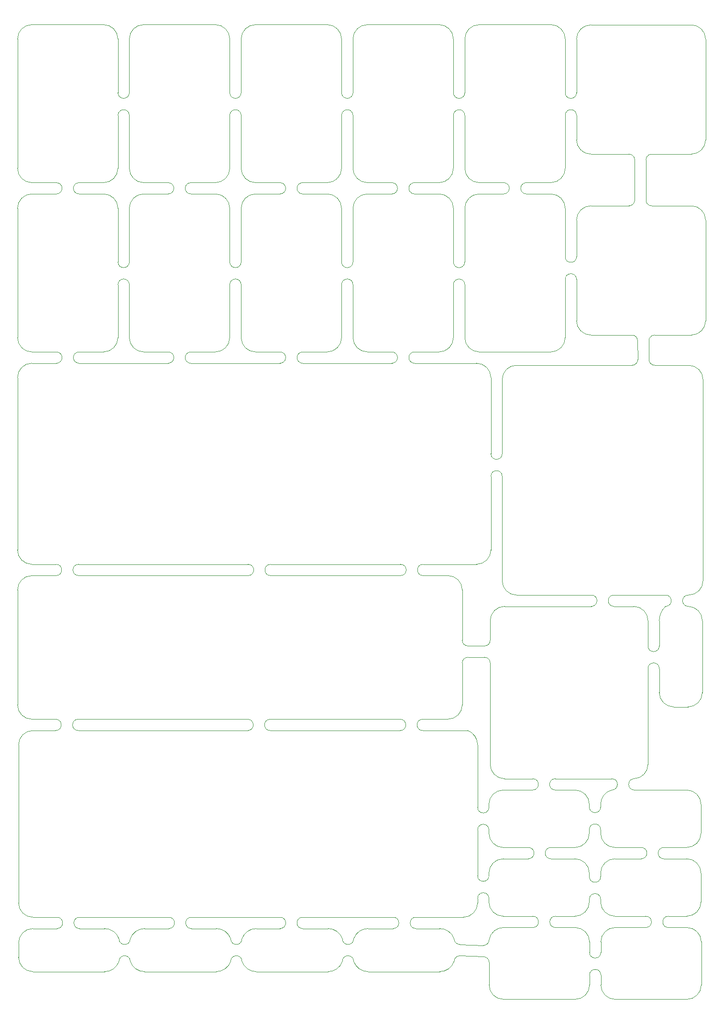
<source format=gbr>
%TF.GenerationSoftware,KiCad,Pcbnew,(6.0.2)*%
%TF.CreationDate,2022-03-20T20:43:40-04:00*%
%TF.ProjectId,Panel,50616e65-6c2e-46b6-9963-61645f706362,rev?*%
%TF.SameCoordinates,Original*%
%TF.FileFunction,Profile,NP*%
%FSLAX46Y46*%
G04 Gerber Fmt 4.6, Leading zero omitted, Abs format (unit mm)*
G04 Created by KiCad (PCBNEW (6.0.2)) date 2022-03-20 20:43:40*
%MOMM*%
%LPD*%
G01*
G04 APERTURE LIST*
%TA.AperFunction,Profile*%
%ADD10C,0.100000*%
%TD*%
G04 APERTURE END LIST*
D10*
X146089998Y-164000001D02*
G75*
G03*
X148629998Y-166540001I2540001J1D01*
G01*
X99972600Y-35719998D02*
G75*
G03*
X97432600Y-33179998I-2540001J-1D01*
G01*
X130139999Y-158020000D02*
G75*
G03*
X130139999Y-156020000I0J1000000D01*
G01*
X172833947Y-178700001D02*
X168179999Y-178700002D01*
X128682599Y-63119998D02*
X124332599Y-63119999D01*
X109882599Y-92060000D02*
G75*
G03*
X108882599Y-91060000I-999999J1D01*
G01*
X120772600Y-48219999D02*
G75*
G03*
X119772600Y-49219999I-1J-999999D01*
G01*
X108882599Y-93059998D02*
G75*
G03*
X109882599Y-92060000I1J999999D01*
G01*
X111882599Y-62119998D02*
G75*
G03*
X112882599Y-63119998I999999J-1D01*
G01*
X84732599Y-33179999D02*
G75*
G03*
X82192599Y-35719999I1J-2540001D01*
G01*
X93179999Y-193040000D02*
X97599999Y-193040000D01*
X161372600Y-74219999D02*
X161372600Y-67759999D01*
X62392598Y-88520000D02*
X62392599Y-65659999D01*
X139700000Y-194850000D02*
G75*
G03*
X140700000Y-195850000I999999J-1D01*
G01*
X153613947Y-168540001D02*
X148399999Y-168540001D01*
X84732599Y-63119999D02*
G75*
G03*
X82192599Y-65659999I1J-2540001D01*
G01*
X128919999Y-193040000D02*
X124460000Y-193040000D01*
X173639999Y-192860001D02*
G75*
G03*
X173639999Y-190860001I0J1000000D01*
G01*
X163639999Y-187860001D02*
X163639999Y-188320001D01*
X145089998Y-145060000D02*
X142139999Y-145060000D01*
X148439998Y-192860002D02*
G75*
G03*
X145899998Y-195020002I2J-2573428D01*
G01*
X148439998Y-205560002D02*
X161139999Y-205560003D01*
X80172600Y-65659998D02*
G75*
G03*
X77632600Y-63119998I-2540001J-1D01*
G01*
X65119999Y-193040000D02*
G75*
G03*
X62579999Y-195580000I1J-2540001D01*
G01*
X73282599Y-91060000D02*
X77632600Y-91060000D01*
X73282599Y-91060000D02*
G75*
G03*
X72282599Y-92060000I-1J-999999D01*
G01*
X89082599Y-63119998D02*
X84732599Y-63119999D01*
X100992599Y-76159999D02*
G75*
G03*
X101992599Y-75159999I1J999999D01*
G01*
X121792599Y-79159999D02*
G75*
G03*
X120792599Y-78159999I-999999J1D01*
G01*
X131682597Y-92060000D02*
G75*
G03*
X132682598Y-93060000I1000001J1D01*
G01*
X84899999Y-193039999D02*
G75*
G03*
X82359999Y-194850000I0J-2687210D01*
G01*
X167992599Y-136060000D02*
X171489998Y-136060000D01*
X132682599Y-91060000D02*
X137032600Y-91060000D01*
X157639999Y-190860001D02*
G75*
G03*
X157639999Y-192860001I0J-1000000D01*
G01*
X82360000Y-198850000D02*
G75*
G03*
X84899999Y-200660000I2539999J877209D01*
G01*
X80172600Y-35719998D02*
G75*
G03*
X77632600Y-33179998I-2540001J-1D01*
G01*
X64932598Y-61120000D02*
X69282599Y-61120000D01*
X134212599Y-130620000D02*
X138599999Y-130620000D01*
X80359999Y-194850000D02*
G75*
G03*
X77819999Y-193040000I-2540004J-877216D01*
G01*
X143859999Y-187700001D02*
X143859999Y-188500000D01*
X101992598Y-88520000D02*
G75*
G03*
X104532598Y-91060000I2540001J1D01*
G01*
X163639999Y-171540001D02*
G75*
G03*
X165639999Y-171540001I1000000J0D01*
G01*
X167992599Y-134060000D02*
G75*
G03*
X167992599Y-136060000I0J-1000000D01*
G01*
X81192599Y-76159999D02*
G75*
G03*
X82192599Y-75159999I1J999999D01*
G01*
X161372600Y-35760002D02*
X161372600Y-45219999D01*
X165679998Y-203020002D02*
G75*
G03*
X168219998Y-205560002I2540001J1D01*
G01*
X140572600Y-78159999D02*
G75*
G03*
X139572600Y-79159999I-1J-999999D01*
G01*
X93082599Y-61120000D02*
X97432600Y-61120000D01*
X104679999Y-193039999D02*
G75*
G03*
X102139999Y-194850000I0J-2687210D01*
G01*
X148482599Y-63119998D02*
X144132599Y-63119999D01*
X134212599Y-128620000D02*
G75*
G03*
X134212599Y-130620000I0J-1000000D01*
G01*
X82192599Y-49219999D02*
G75*
G03*
X81192599Y-48219999I-999999J1D01*
G01*
X99972600Y-58580000D02*
X99972600Y-49219999D01*
X174029998Y-138600000D02*
G75*
G03*
X171489998Y-136060000I-2540001J-1D01*
G01*
X146089998Y-138600001D02*
X146089998Y-142060000D01*
X145859999Y-187700001D02*
G75*
G03*
X143859999Y-187700001I-1000000J0D01*
G01*
X107212599Y-128620000D02*
X130212599Y-128620000D01*
X128919999Y-193040000D02*
G75*
G03*
X128919999Y-191040000I0J1000000D01*
G01*
X139572600Y-35719998D02*
G75*
G03*
X137032600Y-33179998I-2540001J-1D01*
G01*
X150752599Y-93420000D02*
G75*
G03*
X148212599Y-95960000I1J-2540001D01*
G01*
X137032600Y-63119998D02*
X132682599Y-63119998D01*
X119772600Y-58580000D02*
X119772600Y-49219999D01*
X172212599Y-92420000D02*
X172192600Y-89079999D01*
X64939999Y-156020000D02*
X69139999Y-156020000D01*
X176833947Y-178700001D02*
X180879999Y-178700002D01*
X82192599Y-45219999D02*
X82192599Y-35719999D01*
X82192599Y-75159999D02*
X82192599Y-65659999D01*
X165679999Y-201260001D02*
G75*
G03*
X163679999Y-201260001I-1000000J0D01*
G01*
X176029998Y-147060000D02*
G75*
G03*
X174029998Y-147060000I-1000000J0D01*
G01*
X119772600Y-45219999D02*
G75*
G03*
X120772600Y-46219999I999999J-1D01*
G01*
X152482599Y-61120000D02*
X156832600Y-61120000D01*
X163679999Y-197260001D02*
G75*
G03*
X165679999Y-197260001I1000000J0D01*
G01*
X102139999Y-198850000D02*
G75*
G03*
X100139999Y-198850000I-1000000J0D01*
G01*
X132682598Y-93060000D02*
X143672599Y-93060000D01*
X77632600Y-61120000D02*
G75*
G03*
X80172600Y-58580000I-1J2540001D01*
G01*
X161099999Y-178700001D02*
G75*
G03*
X163639999Y-176160001I-1J2540001D01*
G01*
X65119999Y-158020000D02*
G75*
G03*
X62579999Y-160560000I1J-2540001D01*
G01*
X183649997Y-138600001D02*
G75*
G03*
X181139999Y-136060000I-2540181J-1D01*
G01*
X168219998Y-205560002D02*
X180919999Y-205560003D01*
X148212599Y-113060000D02*
X148212599Y-131520000D01*
X175212599Y-93420000D02*
X181232599Y-93420000D01*
X112879999Y-191040000D02*
G75*
G03*
X112879999Y-193040000I0J-1000000D01*
G01*
X146212599Y-113060000D02*
X146212599Y-126080000D01*
X174212599Y-92420000D02*
X174192600Y-89079999D01*
X148629998Y-136060001D02*
G75*
G03*
X146089998Y-138600001I1J-2540001D01*
G01*
X117232600Y-33179998D02*
X104532599Y-33179999D01*
X161099999Y-190860001D02*
G75*
G03*
X163639999Y-188320001I-1J2540001D01*
G01*
X73282599Y-61120000D02*
X77632600Y-61120000D01*
X101992599Y-49219999D02*
X101992599Y-58579999D01*
X170672600Y-65219999D02*
X163912600Y-65219999D01*
X161372600Y-78219999D02*
X161372600Y-85539999D01*
X183459999Y-203020003D02*
X183459999Y-195400001D01*
X73379999Y-193040000D02*
X77819999Y-193040000D01*
X81172600Y-78159999D02*
G75*
G03*
X80172600Y-79159999I-1J-999999D01*
G01*
X148212599Y-113060000D02*
G75*
G03*
X146212599Y-113060000I-1000000J0D01*
G01*
X165679998Y-195400002D02*
X165679999Y-197260001D01*
X177139999Y-136060000D02*
G75*
G03*
X177139999Y-134060000I0J1000000D01*
G01*
X157613947Y-166540001D02*
G75*
G03*
X157613947Y-168540001I0J-1000000D01*
G01*
X159372600Y-45219999D02*
G75*
G03*
X161372600Y-45219999I1000000J0D01*
G01*
X161139999Y-192860001D02*
X157639999Y-192860001D01*
X177139999Y-136060000D02*
G75*
G03*
X176029997Y-138600000I2351122J-2540001D01*
G01*
X141139999Y-133160000D02*
G75*
G03*
X138599999Y-130620000I-2540001J-1D01*
G01*
X73139999Y-156020000D02*
G75*
G03*
X73139999Y-158020000I0J-1000000D01*
G01*
X145859999Y-176160001D02*
G75*
G03*
X148399999Y-178700001I2540001J1D01*
G01*
X104532599Y-63119999D02*
G75*
G03*
X101992599Y-65659999I1J-2540001D01*
G01*
X100992599Y-46219999D02*
G75*
G03*
X101992599Y-45219999I1J999999D01*
G01*
X142139999Y-145060000D02*
G75*
G03*
X141139999Y-146060000I-1J-999999D01*
G01*
X163912600Y-65219999D02*
G75*
G03*
X161372600Y-67759999I1J-2540001D01*
G01*
X65119999Y-191040000D02*
X69379999Y-191040000D01*
X64932599Y-63119999D02*
G75*
G03*
X62392599Y-65659999I1J-2540001D01*
G01*
X156832600Y-63119998D02*
X152482599Y-63119998D01*
X69139999Y-158020000D02*
G75*
G03*
X69139999Y-156020000I0J1000000D01*
G01*
X159372600Y-65659998D02*
G75*
G03*
X156832600Y-63119998I-2540001J-1D01*
G01*
X119772600Y-88520000D02*
X119772600Y-79159999D01*
X139572600Y-75159999D02*
X139572600Y-65659998D01*
X102140000Y-198850000D02*
G75*
G03*
X104679999Y-200660000I2539999J877209D01*
G01*
X77632600Y-63119998D02*
X73282599Y-63119998D01*
X92082599Y-62119998D02*
G75*
G03*
X93082599Y-63119998I999999J-1D01*
G01*
X145859999Y-187700001D02*
X145859999Y-188320001D01*
X173639999Y-192860001D02*
X168219998Y-192860002D01*
X176833947Y-180700001D02*
X180879998Y-180700001D01*
X62399999Y-153480000D02*
G75*
G03*
X64939999Y-156020000I2540001J1D01*
G01*
X117232600Y-63119998D02*
X112882599Y-63119998D01*
X82192598Y-88520000D02*
G75*
G03*
X84732598Y-91060000I2540001J1D01*
G01*
X145899998Y-199020002D02*
G75*
G03*
X144899998Y-198020002I-999999J1D01*
G01*
X152833947Y-180700001D02*
G75*
G03*
X152833947Y-178700001I0J1000000D01*
G01*
X119772600Y-75159999D02*
G75*
G03*
X120772600Y-76159999I999999J-1D01*
G01*
X181692600Y-56080002D02*
G75*
G03*
X184232600Y-53540002I-1J2540001D01*
G01*
X173672600Y-64219999D02*
X173672600Y-57080002D01*
X69212599Y-130620000D02*
G75*
G03*
X69212599Y-128620000I0J1000000D01*
G01*
X141592598Y-88520000D02*
G75*
G03*
X144132598Y-91060000I2540001J1D01*
G01*
X173672600Y-64219999D02*
G75*
G03*
X174672600Y-65219999I999999J-1D01*
G01*
X143859999Y-171600001D02*
G75*
G03*
X145859999Y-171600001I1000000J0D01*
G01*
X181692600Y-88079999D02*
G75*
G03*
X184232600Y-85539999I-1J2540001D01*
G01*
X152482599Y-61120000D02*
G75*
G03*
X151482599Y-62120000I-1J-999999D01*
G01*
X93082599Y-91060000D02*
G75*
G03*
X92082599Y-92060000I-1J-999999D01*
G01*
X84732598Y-61120000D02*
X89082599Y-61120000D01*
X161139999Y-205560003D02*
G75*
G03*
X163679999Y-203020003I-1J2540001D01*
G01*
X180879999Y-190860001D02*
G75*
G03*
X183419999Y-188320001I-1J2540001D01*
G01*
X101992599Y-49219999D02*
G75*
G03*
X100992599Y-48219999I-999999J1D01*
G01*
X82192598Y-58580000D02*
G75*
G03*
X84732598Y-61120000I2540001J1D01*
G01*
X175192600Y-88079999D02*
G75*
G03*
X174192600Y-89079999I-1J-999999D01*
G01*
X62579999Y-160560000D02*
X62579999Y-188500000D01*
X139572600Y-65659998D02*
G75*
G03*
X137032600Y-63119998I-2540001J-1D01*
G01*
X163639999Y-183860001D02*
G75*
G03*
X165639999Y-183860001I1000000J0D01*
G01*
X141592599Y-45219999D02*
X141592599Y-35719999D01*
X101992599Y-75159999D02*
X101992599Y-65659999D01*
X121919999Y-198850000D02*
G75*
G03*
X119919999Y-198850000I-1000000J0D01*
G01*
X146212599Y-95600000D02*
X146212599Y-109060000D01*
X70282599Y-62120000D02*
G75*
G03*
X69282599Y-61120000I-999999J1D01*
G01*
X77819999Y-200660001D02*
G75*
G03*
X80359999Y-198850000I0J2687210D01*
G01*
X130212599Y-130620000D02*
G75*
G03*
X130212599Y-128620000I0J1000000D01*
G01*
X120792599Y-46219999D02*
G75*
G03*
X121792599Y-45219999I1J999999D01*
G01*
X69282599Y-63119998D02*
G75*
G03*
X70282599Y-62119998I1J999999D01*
G01*
X172833947Y-180700001D02*
X168179999Y-180700001D01*
X143859999Y-160560000D02*
G75*
G03*
X142139999Y-158020000I-2735468J-2D01*
G01*
X80172600Y-45219999D02*
G75*
G03*
X81172600Y-46219999I999999J-1D01*
G01*
X64932599Y-33179999D02*
G75*
G03*
X62392599Y-35719999I1J-2540001D01*
G01*
X141592599Y-79159999D02*
X141592599Y-88519999D01*
X117232600Y-91060000D02*
G75*
G03*
X119772600Y-88520000I-1J2540001D01*
G01*
X167613947Y-168540001D02*
G75*
G03*
X167613947Y-166540001I0J1000000D01*
G01*
X145859999Y-171080001D02*
X145859999Y-171600001D01*
X161372599Y-53540003D02*
G75*
G03*
X163912599Y-56080003I2540001J1D01*
G01*
X80172600Y-45219999D02*
X80172600Y-35719998D01*
X97599999Y-200660001D02*
G75*
G03*
X100139999Y-198850000I0J2687210D01*
G01*
X69212599Y-128620000D02*
X64932599Y-128620000D01*
X121792599Y-49219999D02*
G75*
G03*
X120792599Y-48219999I-999999J1D01*
G01*
X100139999Y-194850000D02*
G75*
G03*
X102139999Y-194850000I1000000J0D01*
G01*
X93082599Y-61120000D02*
G75*
G03*
X92082599Y-62120000I-1J-999999D01*
G01*
X157639999Y-190860001D02*
X161099999Y-190860001D01*
X177139999Y-134060000D02*
X167992599Y-134060000D01*
X101992599Y-45219999D02*
X101992599Y-35719999D01*
X82192599Y-49219999D02*
X82192599Y-58579999D01*
X174029998Y-143060000D02*
X174029998Y-138600000D01*
X174212599Y-92420000D02*
G75*
G03*
X175212599Y-93420000I999999J-1D01*
G01*
X104679999Y-200660000D02*
X117379999Y-200660000D01*
X174672600Y-56080002D02*
G75*
G03*
X173672600Y-57080002I-1J-999999D01*
G01*
X181232599Y-134060000D02*
G75*
G03*
X183772599Y-131520000I-1J2540001D01*
G01*
X184232600Y-67759999D02*
G75*
G03*
X181692600Y-65219999I-2540001J-1D01*
G01*
X108879999Y-193040000D02*
G75*
G03*
X108879999Y-191040000I0J1000000D01*
G01*
X69379999Y-193040000D02*
X65119999Y-193040000D01*
X165639999Y-183240001D02*
X165639999Y-183860001D01*
X183772599Y-95960000D02*
G75*
G03*
X181232599Y-93420000I-2540001J-1D01*
G01*
X144132598Y-91060000D02*
X156832600Y-91060000D01*
X112879999Y-191040000D02*
X128919999Y-191040000D01*
X101992599Y-79159999D02*
G75*
G03*
X100992599Y-78159999I-999999J1D01*
G01*
X100972600Y-48219999D02*
G75*
G03*
X99972600Y-49219999I-1J-999999D01*
G01*
X121792598Y-88520000D02*
G75*
G03*
X124332598Y-91060000I2540001J1D01*
G01*
X62392599Y-126080000D02*
G75*
G03*
X64932599Y-128620000I2540001J1D01*
G01*
X121792599Y-45219999D02*
X121792599Y-35719999D01*
X97432600Y-63119998D02*
X93082599Y-63119998D01*
X124332599Y-63119999D02*
G75*
G03*
X121792599Y-65659999I1J-2540001D01*
G01*
X73379999Y-191040000D02*
X89179999Y-191040000D01*
X148482599Y-63119998D02*
G75*
G03*
X149482599Y-62119998I1J999999D01*
G01*
X161372600Y-78219999D02*
G75*
G03*
X159372600Y-78219999I-1000000J0D01*
G01*
X62392598Y-88520000D02*
G75*
G03*
X64932598Y-91060000I2540001J1D01*
G01*
X119772600Y-35719998D02*
G75*
G03*
X117232600Y-33179998I-2540001J-1D01*
G01*
X124459999Y-200660001D02*
X137160000Y-200660000D01*
X77632600Y-91060000D02*
G75*
G03*
X80172600Y-88520000I-1J2540001D01*
G01*
X100139999Y-194850000D02*
G75*
G03*
X97599999Y-193040000I-2540004J-877216D01*
G01*
X143672599Y-128620000D02*
G75*
G03*
X146212599Y-126080000I-1J2540001D01*
G01*
X73379999Y-191040000D02*
G75*
G03*
X73379999Y-193040000I0J-1000000D01*
G01*
X176833947Y-178700001D02*
G75*
G03*
X176833947Y-180700001I0J-1000000D01*
G01*
X174672600Y-65219999D02*
X181692600Y-65219999D01*
X159372600Y-74219999D02*
X159372600Y-65659998D01*
X145859999Y-175600001D02*
X145859999Y-176160001D01*
X184232600Y-35760002D02*
G75*
G03*
X181692600Y-33220002I-2540001J-1D01*
G01*
X183419999Y-176160001D02*
X183419999Y-171080001D01*
X139572600Y-45219999D02*
G75*
G03*
X140572600Y-46219999I999999J-1D01*
G01*
X93179999Y-191040000D02*
G75*
G03*
X93179999Y-193040000I0J-1000000D01*
G01*
X143859999Y-171600001D02*
X143859999Y-160560000D01*
X70282599Y-92060000D02*
G75*
G03*
X69282599Y-91060000I-999999J1D01*
G01*
X153639999Y-192860001D02*
X148439998Y-192860002D01*
X81172600Y-48219999D02*
G75*
G03*
X80172600Y-49219999I-1J-999999D01*
G01*
X174029999Y-164000002D02*
X174029998Y-147060000D01*
X124332599Y-33179999D02*
G75*
G03*
X121792599Y-35719999I1J-2540001D01*
G01*
X183419999Y-171080000D02*
G75*
G03*
X180879999Y-168540000I-2540001J-1D01*
G01*
X139572600Y-45219999D02*
X139572600Y-35719998D01*
X62392598Y-58580000D02*
X62392599Y-35719999D01*
X92082597Y-92060000D02*
G75*
G03*
X93082598Y-93060000I1000001J1D01*
G01*
X73139999Y-158020000D02*
X103219744Y-158016815D01*
X72282599Y-62119998D02*
G75*
G03*
X73282599Y-63119998I999999J-1D01*
G01*
X104532599Y-33179999D02*
G75*
G03*
X101992599Y-35719999I1J-2540001D01*
G01*
X163639999Y-183860001D02*
X163639999Y-183240001D01*
X183419999Y-188320001D02*
X183419999Y-183240001D01*
X183419998Y-183240001D02*
G75*
G03*
X180879998Y-180700001I-2540001J-1D01*
G01*
X171489999Y-166540002D02*
G75*
G03*
X171613947Y-168540001I123947J-996159D01*
G01*
X156833947Y-178700001D02*
G75*
G03*
X156833947Y-180700001I0J-1000000D01*
G01*
X69282599Y-93059998D02*
G75*
G03*
X70282599Y-92060000I1J999999D01*
G01*
X178569998Y-153840001D02*
X181109998Y-153840001D01*
X148399999Y-190860001D02*
X153639999Y-190860001D01*
X65119999Y-200660000D02*
X77819999Y-200660000D01*
X89179999Y-193040000D02*
X84899999Y-193040000D01*
X140572600Y-48219999D02*
G75*
G03*
X139572600Y-49219999I-1J-999999D01*
G01*
X107139999Y-156020000D02*
X130139999Y-156020000D01*
X165679999Y-201260001D02*
X165679998Y-203020002D01*
X120792599Y-76159999D02*
G75*
G03*
X121792599Y-75159999I1J999999D01*
G01*
X148629998Y-166540001D02*
X153613947Y-166540001D01*
X139572600Y-75159999D02*
G75*
G03*
X140572600Y-76159999I999999J-1D01*
G01*
X69212599Y-130620000D02*
X64939999Y-130620000D01*
X97432600Y-91060000D02*
G75*
G03*
X99972600Y-88520000I-1J2540001D01*
G01*
X140700000Y-197850000D02*
G75*
G03*
X139700000Y-198850000I-1J-999999D01*
G01*
X103212599Y-130620000D02*
G75*
G03*
X103212599Y-128620000I0J1000000D01*
G01*
X112879999Y-193040000D02*
X117379999Y-193040000D01*
X163639999Y-171080001D02*
G75*
G03*
X161099999Y-168540001I-2540001J-1D01*
G01*
X161099998Y-180700001D02*
X156833947Y-180700001D01*
X180879999Y-178700002D02*
G75*
G03*
X183419999Y-176160002I-1J2540001D01*
G01*
X163639998Y-183240001D02*
G75*
G03*
X161099998Y-180700001I-2540001J-1D01*
G01*
X130139999Y-158020000D02*
X107139999Y-158020000D01*
X159372600Y-78219999D02*
X159372600Y-88520000D01*
X141592599Y-49219999D02*
X141592599Y-58579999D01*
X99972600Y-88520000D02*
X99972600Y-79159999D01*
X175192600Y-88079999D02*
X181692600Y-88079999D01*
X128682599Y-93059998D02*
G75*
G03*
X129682599Y-92060000I1J999999D01*
G01*
X165639999Y-175540001D02*
X165639999Y-176160001D01*
X119919999Y-194850000D02*
G75*
G03*
X117379999Y-193040000I-2540004J-877216D01*
G01*
X163992599Y-136060000D02*
X148629998Y-136060001D01*
X168179999Y-190860001D02*
X173639999Y-190860001D01*
X171672600Y-57080002D02*
X171672600Y-64219999D01*
X109882599Y-62120000D02*
G75*
G03*
X108882599Y-61120000I-999999J1D01*
G01*
X134139999Y-156020000D02*
X138599999Y-156020000D01*
X140592599Y-46219999D02*
G75*
G03*
X141592599Y-45219999I1J999999D01*
G01*
X181109998Y-153840001D02*
G75*
G03*
X183649998Y-151300001I-1J2540001D01*
G01*
X89082599Y-93059998D02*
G75*
G03*
X90082599Y-92060000I1J999999D01*
G01*
X148212599Y-131520000D02*
G75*
G03*
X150752599Y-134060000I2540001J1D01*
G01*
X89179999Y-193040000D02*
G75*
G03*
X89179999Y-191040000I0J1000000D01*
G01*
X80359999Y-194850000D02*
G75*
G03*
X82359999Y-194850000I1000000J0D01*
G01*
X77632600Y-33179998D02*
X64932599Y-33179999D01*
X100972600Y-78159999D02*
G75*
G03*
X99972600Y-79159999I-1J-999999D01*
G01*
X141592598Y-58580000D02*
G75*
G03*
X144132598Y-61120000I2540001J1D01*
G01*
X134212599Y-128620000D02*
X143672599Y-128620000D01*
X104532598Y-61120000D02*
X108882599Y-61120000D01*
X120772600Y-78159999D02*
G75*
G03*
X119772600Y-79159999I-1J-999999D01*
G01*
X93082599Y-91060000D02*
X97432600Y-91060000D01*
X134139999Y-158020000D02*
X142139999Y-158020000D01*
X93082598Y-93060000D02*
X108882599Y-93059998D01*
X137160000Y-193040000D02*
X132919999Y-193040000D01*
X165639999Y-188320001D02*
G75*
G03*
X168179999Y-190860001I2540001J1D01*
G01*
X128682599Y-63119998D02*
G75*
G03*
X129682599Y-62119998I1J999999D01*
G01*
X183772599Y-131520000D02*
X183772599Y-95960000D01*
X139572600Y-58580000D02*
X139572600Y-49219999D01*
X81192599Y-46219999D02*
G75*
G03*
X82192599Y-45219999I1J999999D01*
G01*
X144899998Y-196020002D02*
G75*
G03*
X145899998Y-195020002I1J999999D01*
G01*
X138599999Y-156020000D02*
G75*
G03*
X141139999Y-153480000I-1J2540001D01*
G01*
X99972600Y-75159999D02*
G75*
G03*
X100972600Y-76159999I999999J-1D01*
G01*
X84732598Y-91060000D02*
X89082599Y-91060000D01*
X157613947Y-166540001D02*
X167613947Y-166540001D01*
X84899999Y-200660000D02*
X97599999Y-200660000D01*
X163679999Y-195400001D02*
G75*
G03*
X161139999Y-192860001I-2540001J-1D01*
G01*
X108882599Y-63119998D02*
X104532599Y-63119999D01*
X89082599Y-63119998D02*
G75*
G03*
X90082599Y-62119998I1J999999D01*
G01*
X80172600Y-75159999D02*
X80172600Y-65659998D01*
X141319999Y-191040000D02*
G75*
G03*
X143859999Y-188500000I-1J2540001D01*
G01*
X141139999Y-142060000D02*
G75*
G03*
X142139999Y-143060000I999999J-1D01*
G01*
X137032600Y-91060000D02*
G75*
G03*
X139572600Y-88520000I-1J2540001D01*
G01*
X171212599Y-93420000D02*
G75*
G03*
X172212599Y-92420000I1J999999D01*
G01*
X99972600Y-45219999D02*
X99972600Y-35719998D01*
X143859999Y-183700001D02*
X143859999Y-175600001D01*
X137032600Y-33179998D02*
X124332599Y-33179999D01*
X144899998Y-196020002D02*
X140700000Y-195850000D01*
X149482599Y-62120000D02*
G75*
G03*
X148482599Y-61120000I-999999J1D01*
G01*
X62579999Y-198120000D02*
G75*
G03*
X65119999Y-200660000I2540001J1D01*
G01*
X184232600Y-53540002D02*
X184232600Y-35760002D01*
X156832600Y-33179998D02*
X144132599Y-33179999D01*
X163679999Y-197260001D02*
X163679999Y-195400001D01*
X163912600Y-33220002D02*
G75*
G03*
X161372600Y-35760002I1J-2540001D01*
G01*
X69282599Y-63119998D02*
X64932599Y-63119999D01*
X156832600Y-91060000D02*
G75*
G03*
X159372600Y-88520000I-1J2540001D01*
G01*
X156833947Y-178700001D02*
X161099999Y-178700001D01*
X165639999Y-187860001D02*
G75*
G03*
X163639999Y-187860001I-1000000J0D01*
G01*
X141592599Y-49219999D02*
G75*
G03*
X140592599Y-48219999I-999999J1D01*
G01*
X180879999Y-168540001D02*
X171613947Y-168540001D01*
X121792599Y-79159999D02*
X121792599Y-88519999D01*
X132919999Y-191040000D02*
X141319999Y-191040000D01*
X139700000Y-194850000D02*
G75*
G03*
X137160000Y-193040000I-2540004J-877216D01*
G01*
X163639999Y-171540001D02*
X163639999Y-171080001D01*
X139572600Y-88520000D02*
X139572600Y-79159999D01*
X97432600Y-61120000D02*
G75*
G03*
X99972600Y-58580000I-1J2540001D01*
G01*
X73212599Y-130620000D02*
X103212599Y-130620000D01*
X161372600Y-49219999D02*
X161372599Y-53540003D01*
X62392599Y-126080000D02*
X62392599Y-95600000D01*
X80172600Y-88520000D02*
X80172600Y-79159999D01*
X82192599Y-79159999D02*
G75*
G03*
X81192599Y-78159999I-999999J1D01*
G01*
X151482599Y-62119998D02*
G75*
G03*
X152482599Y-63119998I999999J-1D01*
G01*
X129682599Y-92060000D02*
G75*
G03*
X128682599Y-91060000I-999999J1D01*
G01*
X124332598Y-61120000D02*
X128682599Y-61120000D01*
X119772600Y-45219999D02*
X119772600Y-35719998D01*
X99972600Y-45219999D02*
G75*
G03*
X100972600Y-46219999I999999J-1D01*
G01*
X82359999Y-198850000D02*
G75*
G03*
X80359999Y-198850000I-1000000J0D01*
G01*
X121919999Y-198850000D02*
G75*
G03*
X124459999Y-200660001I2539998J877205D01*
G01*
X124460000Y-193040000D02*
G75*
G03*
X121919999Y-194850000I0J-2687212D01*
G01*
X144132598Y-61120000D02*
X148482599Y-61120000D01*
X176029998Y-147060000D02*
X176029998Y-151300001D01*
X174029998Y-143060000D02*
G75*
G03*
X176029998Y-143060000I1000000J0D01*
G01*
X62579999Y-195580000D02*
X62579999Y-198120000D01*
X111882597Y-92060000D02*
G75*
G03*
X112882598Y-93060000I1000001J1D01*
G01*
X121792599Y-49219999D02*
X121792599Y-58579999D01*
X117379999Y-200660001D02*
G75*
G03*
X119919999Y-198850000I0J2687210D01*
G01*
X177639999Y-192860001D02*
X180919999Y-192860001D01*
X82192599Y-79159999D02*
X82192599Y-88519999D01*
X64932599Y-93060000D02*
G75*
G03*
X62392599Y-95600000I1J-2540001D01*
G01*
X132682599Y-61120000D02*
G75*
G03*
X131682599Y-62120000I-1J-999999D01*
G01*
X117232600Y-61120000D02*
G75*
G03*
X119772600Y-58580000I-1J2540001D01*
G01*
X159372600Y-74219999D02*
G75*
G03*
X161372600Y-74219999I1000000J0D01*
G01*
X159372600Y-35719998D02*
G75*
G03*
X156832600Y-33179998I-2540001J-1D01*
G01*
X112882599Y-61120000D02*
G75*
G03*
X111882599Y-62120000I-1J-999999D01*
G01*
X144132599Y-33179999D02*
G75*
G03*
X141592599Y-35719999I1J-2540001D01*
G01*
X161372600Y-49219999D02*
G75*
G03*
X159372600Y-49219999I-1000000J0D01*
G01*
X159372600Y-45219999D02*
X159372600Y-35719998D01*
X148399999Y-178700001D02*
X152833947Y-178700001D01*
X112882599Y-91060000D02*
X117232600Y-91060000D01*
X108882599Y-63119998D02*
G75*
G03*
X109882599Y-62119998I1J999999D01*
G01*
X72282597Y-92060000D02*
G75*
G03*
X73282598Y-93060000I1000001J1D01*
G01*
X146212599Y-109060000D02*
G75*
G03*
X148212599Y-109060000I1000000J0D01*
G01*
X141139999Y-153480000D02*
X141139999Y-146060000D01*
X140700000Y-197850000D02*
X144899998Y-198020002D01*
X99972600Y-75159999D02*
X99972600Y-65659998D01*
X90082599Y-92060000D02*
G75*
G03*
X89082599Y-91060000I-999999J1D01*
G01*
X171212599Y-93420000D02*
X150752599Y-93420000D01*
X148399999Y-180700001D02*
G75*
G03*
X145859999Y-183240001I1J-2540001D01*
G01*
X121792599Y-75159999D02*
X121792599Y-65659999D01*
X69139999Y-158020000D02*
X65119999Y-158020000D01*
X176029998Y-151300001D02*
G75*
G03*
X178569998Y-153840001I2540001J1D01*
G01*
X99972600Y-65659998D02*
G75*
G03*
X97432600Y-63119998I-2540001J-1D01*
G01*
X145899998Y-203020002D02*
G75*
G03*
X148439998Y-205560002I2540001J1D01*
G01*
X172192600Y-89079999D02*
G75*
G03*
X171192600Y-88079999I-999999J1D01*
G01*
X124332598Y-91060000D02*
X128682599Y-91060000D01*
X131682599Y-62119998D02*
G75*
G03*
X132682599Y-63119998I999999J-1D01*
G01*
X62399999Y-133160000D02*
X62399999Y-153480000D01*
X171672600Y-57080002D02*
G75*
G03*
X170672600Y-56080002I-999999J1D01*
G01*
X73212599Y-128620000D02*
G75*
G03*
X73212599Y-130620000I0J-1000000D01*
G01*
X163992599Y-136060000D02*
G75*
G03*
X163992599Y-134060000I0J1000000D01*
G01*
X101992599Y-79159999D02*
X101992599Y-88519999D01*
X165639999Y-175540001D02*
G75*
G03*
X163639999Y-175540001I-1000000J0D01*
G01*
X119919999Y-194850000D02*
G75*
G03*
X121919999Y-194850000I1000000J0D01*
G01*
X64932599Y-93060000D02*
X69282599Y-93059998D01*
X107212599Y-130620000D02*
X130212599Y-130620000D01*
X64932598Y-91060000D02*
X69282599Y-91060000D01*
X181692600Y-33220002D02*
X163912600Y-33220002D01*
X146089998Y-146060000D02*
G75*
G03*
X145089998Y-145060000I-999999J1D01*
G01*
X69379999Y-193040000D02*
G75*
G03*
X69379999Y-191040000I0J1000000D01*
G01*
X165639999Y-176160002D02*
G75*
G03*
X168179999Y-178700002I2540001J1D01*
G01*
X153639999Y-192860001D02*
G75*
G03*
X153639999Y-190860001I0J1000000D01*
G01*
X64939999Y-130620000D02*
G75*
G03*
X62399999Y-133160000I1J-2540001D01*
G01*
X119772600Y-65659998D02*
G75*
G03*
X117232600Y-63119998I-2540001J-1D01*
G01*
X144132599Y-63119999D02*
G75*
G03*
X141592599Y-65659999I1J-2540001D01*
G01*
X183459999Y-195400001D02*
G75*
G03*
X180919999Y-192860001I-2540001J-1D01*
G01*
X73282598Y-93060000D02*
X89082599Y-93059998D01*
X73282599Y-61120000D02*
G75*
G03*
X72282599Y-62120000I-1J-999999D01*
G01*
X171489999Y-166540002D02*
G75*
G03*
X174029999Y-164000002I-1J2540001D01*
G01*
X183649998Y-151300001D02*
X183649998Y-138600001D01*
X62579999Y-188500000D02*
G75*
G03*
X65119999Y-191040000I2540001J1D01*
G01*
X146212599Y-95600000D02*
G75*
G03*
X143672599Y-93060000I-2540001J-1D01*
G01*
X132682599Y-91060000D02*
G75*
G03*
X131682599Y-92060000I-1J-999999D01*
G01*
X165639999Y-187860001D02*
X165639999Y-188320001D01*
X141592599Y-75159999D02*
X141592599Y-65659999D01*
X156832600Y-61120000D02*
G75*
G03*
X159372600Y-58580000I-1J2540001D01*
G01*
X148399999Y-168540001D02*
G75*
G03*
X145859999Y-171080001I1J-2540001D01*
G01*
X112882598Y-93060000D02*
X128682599Y-93059998D01*
X103219744Y-158016815D02*
G75*
G03*
X103139999Y-156020000I-79743J996815D01*
G01*
X145899998Y-199020002D02*
X145899998Y-203020002D01*
X146089998Y-146060000D02*
X146089998Y-164000001D01*
X174672600Y-56080002D02*
X181692600Y-56080002D01*
X163679999Y-203020003D02*
X163679999Y-201260001D01*
X107139999Y-156020000D02*
G75*
G03*
X107139999Y-158020000I0J-1000000D01*
G01*
X152833947Y-180700001D02*
X148399999Y-180700001D01*
X137032600Y-61120000D02*
G75*
G03*
X139572600Y-58580000I-1J2540001D01*
G01*
X145859999Y-183700001D02*
X145859999Y-183240001D01*
X112882599Y-61120000D02*
X117232600Y-61120000D01*
X143859999Y-183700001D02*
G75*
G03*
X145859999Y-183700001I1000000J0D01*
G01*
X101992598Y-58580000D02*
G75*
G03*
X104532598Y-61120000I2540001J1D01*
G01*
X140592599Y-76159999D02*
G75*
G03*
X141592599Y-75159999I1J999999D01*
G01*
X145859999Y-175600001D02*
G75*
G03*
X143859999Y-175600001I-1000000J0D01*
G01*
X137160000Y-200660001D02*
G75*
G03*
X139700000Y-198850000I0J2687210D01*
G01*
X184232600Y-85539999D02*
X184232600Y-67759999D01*
X141592599Y-79159999D02*
G75*
G03*
X140592599Y-78159999I-999999J1D01*
G01*
X142139999Y-143060000D02*
X145089998Y-143060000D01*
X167613947Y-168540002D02*
G75*
G03*
X165639999Y-171080001I647212J-2539999D01*
G01*
X112882599Y-91060000D02*
G75*
G03*
X111882599Y-92060000I-1J-999999D01*
G01*
X145859999Y-188320001D02*
G75*
G03*
X148399999Y-190860001I2540001J1D01*
G01*
X150752599Y-134060000D02*
X163992599Y-134060000D01*
X93179999Y-191040000D02*
X108879999Y-191040000D01*
X132682599Y-61120000D02*
X137032600Y-61120000D01*
X180919999Y-205560003D02*
G75*
G03*
X183459999Y-203020003I-1J2540001D01*
G01*
X80172600Y-58580000D02*
X80172600Y-49219999D01*
X168219998Y-192860002D02*
G75*
G03*
X165679998Y-195400002I1J-2540001D01*
G01*
X177639999Y-190860001D02*
G75*
G03*
X177639999Y-192860001I0J-1000000D01*
G01*
X181232205Y-134064260D02*
G75*
G03*
X181139999Y-136060000I-92206J-995740D01*
G01*
X129682599Y-62120000D02*
G75*
G03*
X128682599Y-61120000I-999999J1D01*
G01*
X119772600Y-75159999D02*
X119772600Y-65659998D01*
X141139999Y-142060000D02*
X141139999Y-133160000D01*
X73212599Y-128620000D02*
X103212599Y-128620000D01*
X90082599Y-62120000D02*
G75*
G03*
X89082599Y-61120000I-999999J1D01*
G01*
X153613947Y-168540001D02*
G75*
G03*
X153613947Y-166540001I0J1000000D01*
G01*
X62392598Y-58580000D02*
G75*
G03*
X64932598Y-61120000I2540001J1D01*
G01*
X107212599Y-128620000D02*
G75*
G03*
X107212599Y-130620000I0J-1000000D01*
G01*
X145089998Y-143060000D02*
G75*
G03*
X146089998Y-142060000I1J999999D01*
G01*
X104532598Y-91060000D02*
X108882599Y-91060000D01*
X163912599Y-56080003D02*
X170672600Y-56080002D01*
X73139999Y-156020000D02*
X103139999Y-156020000D01*
X180879999Y-190860001D02*
X177639999Y-190860001D01*
X172833947Y-180700001D02*
G75*
G03*
X172833947Y-178700001I0J1000000D01*
G01*
X163912600Y-88079999D02*
X171192600Y-88079999D01*
X168179999Y-180700001D02*
G75*
G03*
X165639999Y-183240001I1J-2540001D01*
G01*
X163639999Y-176160001D02*
X163639999Y-175540001D01*
X134139999Y-156020000D02*
G75*
G03*
X134139999Y-158020000I0J-1000000D01*
G01*
X157613947Y-168540001D02*
X161099999Y-168540001D01*
X165639999Y-171540001D02*
X165639999Y-171080001D01*
X108879999Y-193040000D02*
X104679999Y-193040000D01*
X80172600Y-75159999D02*
G75*
G03*
X81172600Y-76159999I999999J-1D01*
G01*
X132919999Y-191040000D02*
G75*
G03*
X132919999Y-193040000I0J-1000000D01*
G01*
X161372600Y-85539999D02*
G75*
G03*
X163912600Y-88079999I2540001J1D01*
G01*
X148212599Y-95960000D02*
X148212599Y-109060000D01*
X159372600Y-58580000D02*
X159372600Y-49219999D01*
X170672600Y-65219999D02*
G75*
G03*
X171672600Y-64219999I1J999999D01*
G01*
X121792598Y-58580000D02*
G75*
G03*
X124332598Y-61120000I2540001J1D01*
G01*
X176029997Y-138600000D02*
X176029998Y-143060000D01*
X97432600Y-33179998D02*
X84732599Y-33179999D01*
M02*

</source>
